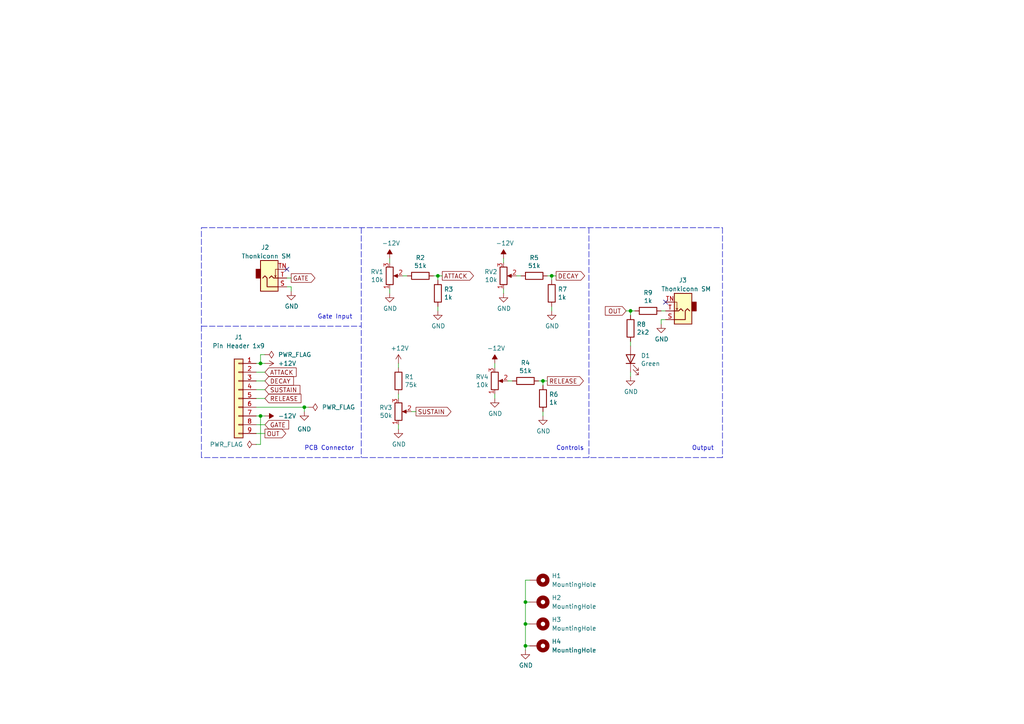
<source format=kicad_sch>
(kicad_sch (version 20211123) (generator eeschema)
  (paper "A4")
  (title_block (title "as3310-adsr front") (date "2022-11-20") (rev "A") (company "eurorack.rgm.io") (comment 3 "Released under CERN Open Hardware Licence Version 2 - Strongly Reciprocal") (comment 4 "Designed by: Rafael G. Martins"))
  (lib_symbols
    (symbol "Connector:AudioJack2_SwitchT"
      (property "Reference" "J" (at 0 8.89 0))
      (property "Value" "AudioJack2_SwitchT" (at 0 6.35 0))
      (symbol "AudioJack2_SwitchT_0_1"
        (rectangle (start -2.54 0) (end -3.81 -2.54) (stroke (width 0.254)) (fill (type outline)))
        (polyline (pts (xy 1.778 -0.254) (xy 2.032 -0.762)))
        (polyline (pts (xy 0 0) (xy 0.635 -0.635) (xy 1.27 0) (xy 2.54 0)) (stroke (width 0.254)))
        (polyline (pts (xy 2.54 -2.54) (xy 1.778 -2.54) (xy 1.778 -0.254) (xy 1.524 -0.762)))
        (polyline (pts (xy 2.54 2.54) (xy -0.635 2.54) (xy -0.635 0) (xy -1.27 -0.635) (xy -1.905 0)) (stroke (width 0.254)))
        (rectangle (start 2.54 3.81) (end -2.54 -5.08) (stroke (width 0.254)) (fill (type background)))
      )
      (symbol "AudioJack2_SwitchT_1_1"
        (pin passive line (at 5.08 2.54 180) (length 2.54) (name "~") (number "S"))
        (pin passive line (at 5.08 0 180) (length 2.54) (name "~") (number "T"))
        (pin passive line (at 5.08 -2.54 180) (length 2.54) (name "~") (number "TN"))
      )
    )
    (symbol "Connector_Generic:Conn_01x09" (pin_names (offset 1.016) hide)
      (property "Reference" "J" (at 0 12.7 0))
      (property "Value" "Conn_01x09" (at 0 -12.7 0))
      (symbol "Conn_01x09_1_1"
        (rectangle (start -1.27 -10.033) (end 0 -10.287) (stroke (width 0.1524)))
        (rectangle (start -1.27 -7.493) (end 0 -7.747) (stroke (width 0.1524)))
        (rectangle (start -1.27 -4.953) (end 0 -5.207) (stroke (width 0.1524)))
        (rectangle (start -1.27 -2.413) (end 0 -2.667) (stroke (width 0.1524)))
        (rectangle (start -1.27 0.127) (end 0 -0.127) (stroke (width 0.1524)))
        (rectangle (start -1.27 2.667) (end 0 2.413) (stroke (width 0.1524)))
        (rectangle (start -1.27 5.207) (end 0 4.953) (stroke (width 0.1524)))
        (rectangle (start -1.27 7.747) (end 0 7.493) (stroke (width 0.1524)))
        (rectangle (start -1.27 10.287) (end 0 10.033) (stroke (width 0.1524)))
        (rectangle (start -1.27 11.43) (end 1.27 -11.43) (stroke (width 0.254)) (fill (type background)))
        (pin passive line (at -5.08 10.16 0) (length 3.81) (name "Pin_1") (number "1"))
        (pin passive line (at -5.08 7.62 0) (length 3.81) (name "Pin_2") (number "2"))
        (pin passive line (at -5.08 5.08 0) (length 3.81) (name "Pin_3") (number "3"))
        (pin passive line (at -5.08 2.54 0) (length 3.81) (name "Pin_4") (number "4"))
        (pin passive line (at -5.08 0 0) (length 3.81) (name "Pin_5") (number "5"))
        (pin passive line (at -5.08 -2.54 0) (length 3.81) (name "Pin_6") (number "6"))
        (pin passive line (at -5.08 -5.08 0) (length 3.81) (name "Pin_7") (number "7"))
        (pin passive line (at -5.08 -7.62 0) (length 3.81) (name "Pin_8") (number "8"))
        (pin passive line (at -5.08 -10.16 0) (length 3.81) (name "Pin_9") (number "9"))
      )
    )
    (symbol "Device:LED" (pin_numbers hide) (pin_names (offset 1.016) hide)
      (property "Reference" "D" (at 0 2.54 0))
      (property "Value" "LED" (at 0 -2.54 0))
      (symbol "LED_0_1"
        (polyline (pts (xy -1.27 -1.27) (xy -1.27 1.27)) (stroke (width 0.254)))
        (polyline (pts (xy -1.27 0) (xy 1.27 0)))
        (polyline (pts (xy 1.27 -1.27) (xy 1.27 1.27) (xy -1.27 0) (xy 1.27 -1.27)) (stroke (width 0.254)))
        (polyline (pts (xy -3.048 -0.762) (xy -4.572 -2.286) (xy -3.81 -2.286) (xy -4.572 -2.286) (xy -4.572 -1.524)))
        (polyline (pts (xy -1.778 -0.762) (xy -3.302 -2.286) (xy -2.54 -2.286) (xy -3.302 -2.286) (xy -3.302 -1.524)))
      )
      (symbol "LED_1_1"
        (pin passive line (at -3.81 0 0) (length 2.54) (name "K") (number "1"))
        (pin passive line (at 3.81 0 180) (length 2.54) (name "A") (number "2"))
      )
    )
    (symbol "Device:R" (pin_numbers hide) (pin_names (offset 0))
      (property "Reference" "R" (at 2.032 0 90))
      (property "Value" "R" (at 0 0 90))
      (symbol "R_0_1"
        (rectangle (start -1.016 -2.54) (end 1.016 2.54) (stroke (width 0.254)))
      )
      (symbol "R_1_1"
        (pin passive line (at 0 3.81 270) (length 1.27) (name "~") (number "1"))
        (pin passive line (at 0 -3.81 90) (length 1.27) (name "~") (number "2"))
      )
    )
    (symbol "Device:R_Potentiometer" (pin_names (offset 1.016) hide)
      (property "Reference" "RV" (at -4.445 0 90))
      (property "Value" "R_Potentiometer" (at -2.54 0 90))
      (symbol "R_Potentiometer_0_1"
        (polyline (pts (xy 2.54 0) (xy 1.524 0)))
        (polyline (pts (xy 1.143 0) (xy 2.286 0.508) (xy 2.286 -0.508) (xy 1.143 0)) (fill (type outline)))
        (rectangle (start 1.016 2.54) (end -1.016 -2.54) (stroke (width 0.254)))
      )
      (symbol "R_Potentiometer_1_1"
        (pin passive line (at 0 3.81 270) (length 1.27) (name "1") (number "1"))
        (pin passive line (at 3.81 0 180) (length 1.27) (name "2") (number "2"))
        (pin passive line (at 0 -3.81 90) (length 1.27) (name "3") (number "3"))
      )
    )
    (symbol "Mechanical:MountingHole_Pad" (pin_numbers hide) (pin_names (offset 1.016) hide)
      (property "Reference" "H" (at 0 6.35 0))
      (property "Value" "MountingHole_Pad" (at 0 4.445 0))
      (symbol "MountingHole_Pad_0_1"
        (circle (center 0 1.27) (radius 1.27) (stroke (width 1.27)))
      )
      (symbol "MountingHole_Pad_1_1"
        (pin input line (at 0 -2.54 90) (length 2.54) (name "1") (number "1"))
      )
    )
    (symbol "power:+12V" (power) (pin_names (offset 0))
      (property "Value" "+12V" (at 0 3.556 0))
      (symbol "+12V_0_1"
        (polyline (pts (xy -0.762 1.27) (xy 0 2.54)))
        (polyline (pts (xy 0 0) (xy 0 2.54)))
        (polyline (pts (xy 0 2.54) (xy 0.762 1.27)))
      )
      (symbol "+12V_1_1"
        (pin power_in line (at 0 0 90) (length 0) hide (name "+12V") (number "1"))
      )
    )
    (symbol "power:-12V" (power) (pin_names (offset 0))
      (property "Value" "-12V" (at 0 3.81 0))
      (symbol "-12V_0_0"
        (pin power_in line (at 0 0 90) (length 0) hide (name "-12V") (number "1"))
      )
      (symbol "-12V_0_1"
        (polyline (pts (xy 0 0) (xy 0 1.27) (xy 0.762 1.27) (xy 0 2.54) (xy -0.762 1.27) (xy 0 1.27)) (fill (type outline)))
      )
    )
    (symbol "power:GND" (power) (pin_names (offset 0))
      (property "Value" "GND" (at 0 -3.81 0))
      (symbol "GND_0_1"
        (polyline (pts (xy 0 0) (xy 0 -1.27) (xy 1.27 -1.27) (xy 0 -2.54) (xy -1.27 -1.27) (xy 0 -1.27)))
      )
      (symbol "GND_1_1"
        (pin power_in line (at 0 0 270) (length 0) hide (name "GND") (number "1"))
      )
    )
    (symbol "power:PWR_FLAG" (power) (pin_numbers hide) (pin_names (offset 0) hide)
      (property "Value" "PWR_FLAG" (at 0 3.81 0))
      (symbol "PWR_FLAG_0_0"
        (pin power_out line (at 0 0 90) (length 0) (name "pwr") (number "1"))
      )
      (symbol "PWR_FLAG_0_1"
        (polyline (pts (xy 0 0) (xy 0 1.27) (xy -1.016 1.905) (xy 0 2.54) (xy 1.016 1.905) (xy 0 1.27)))
      )
    )
  )
  (junction (at 182.88 90.17))
  (junction (at 157.48 110.49))
  (junction (at 152.4 187.325))
  (junction (at 75.565 120.65))
  (junction (at 152.4 180.975))
  (junction (at 127 80.01))
  (junction (at 75.565 105.41))
  (junction (at 160.02 80.01))
  (junction (at 88.265 118.11))
  (junction (at 152.4 174.625))
  (no_connect (at 83.185 78.105))
  (no_connect (at 193.04 87.63))
  (wire (pts (xy 113.03 85.09) (xy 113.03 83.82)))
  (wire (pts (xy 115.57 124.46) (xy 115.57 123.19)))
  (wire (pts (xy 157.48 120.65) (xy 157.48 119.38)))
  (wire (pts (xy 84.455 83.185) (xy 84.455 84.455)))
  (wire (pts (xy 160.02 90.17) (xy 160.02 88.9)))
  (wire (pts (xy 152.4 180.975) (xy 153.67 180.975)))
  (wire (pts (xy 143.51 115.57) (xy 143.51 114.3)))
  (polyline (pts (xy 104.775 66.04) (xy 104.775 132.715)))
  (polyline (pts (xy 58.42 94.615) (xy 104.775 94.615)))
  (wire (pts (xy 74.295 105.41) (xy 75.565 105.41)))
  (wire (pts (xy 74.295 125.73) (xy 76.835 125.73)))
  (wire (pts (xy 83.185 83.185) (xy 84.455 83.185)))
  (wire (pts (xy 127 81.28) (xy 127 80.01)))
  (wire (pts (xy 191.77 93.98) (xy 191.77 92.71)))
  (polyline (pts (xy 209.55 66.04) (xy 209.55 132.715)))
  (wire (pts (xy 74.295 115.57) (xy 76.835 115.57)))
  (wire (pts (xy 152.4 174.625) (xy 152.4 168.275)))
  (wire (pts (xy 152.4 174.625) (xy 153.67 174.625)))
  (wire (pts (xy 146.05 76.2) (xy 146.05 74.93)))
  (polyline (pts (xy 170.815 66.04) (xy 170.815 132.715)))
  (wire (pts (xy 115.57 106.68) (xy 115.57 105.41)))
  (wire (pts (xy 156.21 110.49) (xy 157.48 110.49)))
  (wire (pts (xy 149.86 80.01) (xy 151.13 80.01)))
  (wire (pts (xy 74.295 120.65) (xy 75.565 120.65)))
  (wire (pts (xy 152.4 188.595) (xy 152.4 187.325)))
  (wire (pts (xy 75.565 120.65) (xy 75.565 128.905)))
  (wire (pts (xy 125.73 80.01) (xy 127 80.01)))
  (wire (pts (xy 160.02 80.01) (xy 161.29 80.01)))
  (wire (pts (xy 152.4 180.975) (xy 152.4 174.625)))
  (wire (pts (xy 152.4 168.275) (xy 153.67 168.275)))
  (wire (pts (xy 191.77 90.17) (xy 193.04 90.17)))
  (wire (pts (xy 147.32 110.49) (xy 148.59 110.49)))
  (wire (pts (xy 152.4 187.325) (xy 153.67 187.325)))
  (polyline (pts (xy 58.42 132.715) (xy 58.42 66.04)))
  (wire (pts (xy 181.61 90.17) (xy 182.88 90.17)))
  (wire (pts (xy 75.565 120.65) (xy 76.835 120.65)))
  (wire (pts (xy 74.295 113.03) (xy 76.835 113.03)))
  (wire (pts (xy 127 80.01) (xy 128.27 80.01)))
  (wire (pts (xy 113.03 76.2) (xy 113.03 74.93)))
  (wire (pts (xy 115.57 115.57) (xy 115.57 114.3)))
  (wire (pts (xy 75.565 102.87) (xy 75.565 105.41)))
  (wire (pts (xy 74.295 128.905) (xy 75.565 128.905)))
  (wire (pts (xy 74.295 118.11) (xy 88.265 118.11)))
  (wire (pts (xy 143.51 106.68) (xy 143.51 105.41)))
  (wire (pts (xy 89.535 118.11) (xy 88.265 118.11)))
  (wire (pts (xy 127 90.17) (xy 127 88.9)))
  (wire (pts (xy 76.835 102.87) (xy 75.565 102.87)))
  (wire (pts (xy 182.88 91.44) (xy 182.88 90.17)))
  (wire (pts (xy 182.88 100.33) (xy 182.88 99.06)))
  (wire (pts (xy 116.84 80.01) (xy 118.11 80.01)))
  (wire (pts (xy 182.88 90.17) (xy 184.15 90.17)))
  (wire (pts (xy 157.48 110.49) (xy 158.75 110.49)))
  (wire (pts (xy 160.02 81.28) (xy 160.02 80.01)))
  (wire (pts (xy 191.77 92.71) (xy 193.04 92.71)))
  (wire (pts (xy 74.295 107.95) (xy 76.835 107.95)))
  (wire (pts (xy 74.295 110.49) (xy 76.835 110.49)))
  (wire (pts (xy 75.565 105.41) (xy 76.835 105.41)))
  (wire (pts (xy 158.75 80.01) (xy 160.02 80.01)))
  (wire (pts (xy 88.265 118.11) (xy 88.265 119.38)))
  (wire (pts (xy 83.185 80.645) (xy 84.455 80.645)))
  (wire (pts (xy 146.05 85.09) (xy 146.05 83.82)))
  (wire (pts (xy 152.4 187.325) (xy 152.4 180.975)))
  (wire (pts (xy 74.295 123.19) (xy 76.835 123.19)))
  (wire (pts (xy 119.38 119.38) (xy 120.65 119.38)))
  (wire (pts (xy 182.88 109.22) (xy 182.88 107.95)))
  (wire (pts (xy 157.48 111.76) (xy 157.48 110.49)))
  (polyline (pts (xy 209.55 132.715) (xy 58.42 132.715)))
  (polyline (pts (xy 58.42 66.04) (xy 209.55 66.04)))
  (text "Controls" (at 161.29 130.81 0) (effects (font (size 1.27 1.27)) (justify left bottom)))
  (text "Gate Input" (at 92.075 92.71 0) (effects (font (size 1.27 1.27)) (justify left bottom)))
  (text "PCB Connector" (at 88.265 130.81 0) (effects (font (size 1.27 1.27)) (justify left bottom)))
  (text "Output" (at 200.66 130.81 0) (effects (font (size 1.27 1.27)) (justify left bottom)))
  (global_label "RELEASE" (shape output) (at 158.75 110.49 0) (property "Intersheet References" "${INTERSHEET_REFS}" (effects hide)))
  (global_label "OUT" (shape input) (at 181.61 90.17 180) (property "Intersheet References" "${INTERSHEET_REFS}" (effects hide)))
  (global_label "ATTACK" (shape output) (at 128.27 80.01 0) (property "Intersheet References" "${INTERSHEET_REFS}" (effects hide)))
  (global_label "SUSTAIN" (shape output) (at 120.65 119.38 0) (property "Intersheet References" "${INTERSHEET_REFS}" (effects hide)))
  (global_label "GATE" (shape output) (at 84.455 80.645 0) (property "Intersheet References" "${INTERSHEET_REFS}" (effects hide)))
  (global_label "DECAY" (shape input) (at 76.835 110.49 0) (property "Intersheet References" "${INTERSHEET_REFS}" (effects hide)))
  (global_label "OUT" (shape output) (at 76.835 125.73 0) (property "Intersheet References" "${INTERSHEET_REFS}" (effects hide)))
  (global_label "DECAY" (shape output) (at 161.29 80.01 0) (property "Intersheet References" "${INTERSHEET_REFS}" (effects hide)))
  (global_label "GATE" (shape input) (at 76.835 123.19 0) (property "Intersheet References" "${INTERSHEET_REFS}" (effects hide)))
  (global_label "SUSTAIN" (shape input) (at 76.835 113.03 0) (property "Intersheet References" "${INTERSHEET_REFS}" (effects hide)))
  (global_label "RELEASE" (shape input) (at 76.835 115.57 0) (property "Intersheet References" "${INTERSHEET_REFS}" (effects hide)))
  (global_label "ATTACK" (shape input) (at 76.835 107.95 0) (property "Intersheet References" "${INTERSHEET_REFS}" (effects hide)))
  (symbol (lib_id "Connector_Generic:Conn_01x09") (at 69.215 115.57 0) (mirror y) (unit 1)
    (property "Reference" "J1" (at 69.215 97.79 0))
    (property "Value" "Pin Header 1x9" (at 69.215 100.33 0))
    (property "Footprint" "Connector_PinHeader_2.54mm:PinHeader_1x09_P2.54mm_Vertical" (effects hide))
  )
  (symbol (lib_id "power:+12V") (at 76.835 105.41 270) (unit 1)
    (property "Reference" "#PWR01" (effects hide))
    (property "Value" "+12V" (at 80.645 105.4099 90) (effects (justify left)))
  )
  (symbol (lib_id "power:-12V") (at 76.835 120.65 270) (unit 1)
    (property "Reference" "#PWR02" (effects hide))
    (property "Value" "-12V" (at 80.645 120.6499 90) (effects (justify left)))
  )
  (symbol (lib_id "power:GND") (at 88.265 119.38 0) (unit 1)
    (property "Reference" "#PWR04" (effects hide))
    (property "Value" "GND" (at 88.265 124.46 0))
  )
  (symbol (lib_id "Mechanical:MountingHole_Pad") (at 156.21 168.275 270) (unit 1)
    (property "Reference" "H1" (at 160.02 167.0049 90) (effects (justify left)))
    (property "Value" "MountingHole" (at 160.02 169.5449 90) (effects (justify left)))
    (property "Footprint" "MountingHole:MountingHole_2.2mm_M2_Pad_Via" (effects hide))
  )
  (symbol (lib_id "Mechanical:MountingHole_Pad") (at 156.21 174.625 270) (unit 1)
    (property "Reference" "H2" (at 160.02 173.3549 90) (effects (justify left)))
    (property "Value" "MountingHole" (at 160.02 175.8949 90) (effects (justify left)))
    (property "Footprint" "MountingHole:MountingHole_2.2mm_M2_Pad_Via" (effects hide))
  )
  (symbol (lib_id "Mechanical:MountingHole_Pad") (at 156.21 180.975 270) (unit 1)
    (property "Reference" "H3" (at 160.02 179.7049 90) (effects (justify left)))
    (property "Value" "MountingHole" (at 160.02 182.2449 90) (effects (justify left)))
    (property "Footprint" "MountingHole:MountingHole_2.2mm_M2_Pad_Via" (effects hide))
  )
  (symbol (lib_id "Mechanical:MountingHole_Pad") (at 156.21 187.325 270) (unit 1)
    (property "Reference" "H4" (at 160.02 186.0549 90) (effects (justify left)))
    (property "Value" "MountingHole" (at 160.02 188.5949 90) (effects (justify left)))
    (property "Footprint" "MountingHole:MountingHole_2.2mm_M2_Pad_Via" (effects hide))
  )
  (symbol (lib_id "Device:R") (at 187.96 90.17 90) (unit 1)
    (property "Reference" "R9" (at 187.96 84.9122 90))
    (property "Value" "1k" (at 187.96 87.2236 90))
    (property "Footprint" "Resistor_THT:R_Axial_DIN0207_L6.3mm_D2.5mm_P10.16mm_Horizontal" (effects hide))
  )
  (symbol (lib_id "Device:R_Potentiometer") (at 113.03 80.01 0) (mirror x) (unit 1)
    (property "Reference" "RV1" (at 111.252 78.8416 0) (effects (justify right)))
    (property "Value" "10k" (at 111.252 81.153 0) (effects (justify right)))
    (property "Footprint" "Potentiometer_THT:Potentiometer_Alpha_RD901F-40-00D_Single_Vertical_CircularHoles" (effects hide))
  )
  (symbol (lib_id "Device:R") (at 182.88 95.25 0) (unit 1)
    (property "Reference" "R8" (at 184.658 94.0816 0) (effects (justify left)))
    (property "Value" "2k2" (at 184.658 96.393 0) (effects (justify left)))
    (property "Footprint" "Resistor_THT:R_Axial_DIN0207_L6.3mm_D2.5mm_P10.16mm_Horizontal" (effects hide))
  )
  (symbol (lib_id "power:GND") (at 113.03 85.09 0) (unit 1)
    (property "Reference" "#PWR06" (effects hide))
    (property "Value" "GND" (at 113.157 89.4842 0))
  )
  (symbol (lib_id "power:-12V") (at 113.03 74.93 0) (unit 1)
    (property "Reference" "#PWR05" (effects hide))
    (property "Value" "-12V" (at 113.411 70.5358 0))
  )
  (symbol (lib_id "Device:R") (at 121.92 80.01 90) (unit 1)
    (property "Reference" "R2" (at 121.92 74.7522 90))
    (property "Value" "51k" (at 121.92 77.0636 90))
    (property "Footprint" "Resistor_THT:R_Axial_DIN0207_L6.3mm_D2.5mm_P10.16mm_Horizontal" (effects hide))
  )
  (symbol (lib_id "Device:R") (at 127 85.09 0) (unit 1)
    (property "Reference" "R3" (at 128.778 83.9216 0) (effects (justify left)))
    (property "Value" "1k" (at 128.778 86.233 0) (effects (justify left)))
    (property "Footprint" "Resistor_THT:R_Axial_DIN0207_L6.3mm_D2.5mm_P10.16mm_Horizontal" (effects hide))
  )
  (symbol (lib_id "power:GND") (at 127 90.17 0) (unit 1)
    (property "Reference" "#PWR09" (effects hide))
    (property "Value" "GND" (at 127.127 94.5642 0))
  )
  (symbol (lib_id "Device:LED") (at 182.88 104.14 90) (unit 1)
    (property "Reference" "D1" (at 185.8772 103.1494 90) (effects (justify right)))
    (property "Value" "Green" (at 185.8772 105.4608 90) (effects (justify right)))
    (property "Footprint" "LED_THT:LED_D3.0mm" (effects hide))
  )
  (symbol (lib_id "power:GND") (at 182.88 109.22 0) (unit 1)
    (property "Reference" "#PWR016" (effects hide))
    (property "Value" "GND" (at 183.007 113.6142 0))
  )
  (symbol (lib_id "Device:R_Potentiometer") (at 146.05 80.01 0) (mirror x) (unit 1)
    (property "Reference" "RV2" (at 144.272 78.8416 0) (effects (justify right)))
    (property "Value" "10k" (at 144.272 81.153 0) (effects (justify right)))
    (property "Footprint" "Potentiometer_THT:Potentiometer_Alpha_RD901F-40-00D_Single_Vertical_CircularHoles" (effects hide))
  )
  (symbol (lib_id "power:GND") (at 146.05 85.09 0) (unit 1)
    (property "Reference" "#PWR013" (effects hide))
    (property "Value" "GND" (at 146.177 89.4842 0))
  )
  (symbol (lib_id "power:-12V") (at 146.05 74.93 0) (unit 1)
    (property "Reference" "#PWR012" (effects hide))
    (property "Value" "-12V" (at 146.431 70.5358 0))
  )
  (symbol (lib_id "Device:R") (at 154.94 80.01 90) (unit 1)
    (property "Reference" "R5" (at 154.94 74.7522 90))
    (property "Value" "51k" (at 154.94 77.0636 90))
    (property "Footprint" "Resistor_THT:R_Axial_DIN0207_L6.3mm_D2.5mm_P10.16mm_Horizontal" (effects hide))
  )
  (symbol (lib_id "Device:R") (at 160.02 85.09 0) (unit 1)
    (property "Reference" "R7" (at 161.798 83.9216 0) (effects (justify left)))
    (property "Value" "1k" (at 161.798 86.233 0) (effects (justify left)))
    (property "Footprint" "Resistor_THT:R_Axial_DIN0207_L6.3mm_D2.5mm_P10.16mm_Horizontal" (effects hide))
  )
  (symbol (lib_id "power:GND") (at 160.02 90.17 0) (unit 1)
    (property "Reference" "#PWR015" (effects hide))
    (property "Value" "GND" (at 160.147 94.5642 0))
  )
  (symbol (lib_id "Device:R_Potentiometer") (at 115.57 119.38 0) (mirror x) (unit 1)
    (property "Reference" "RV3" (at 113.792 118.2116 0) (effects (justify right)))
    (property "Value" "50k" (at 113.792 120.523 0) (effects (justify right)))
    (property "Footprint" "Potentiometer_THT:Potentiometer_Alpha_RD901F-40-00D_Single_Vertical_CircularHoles" (effects hide))
  )
  (symbol (lib_id "power:GND") (at 115.57 124.46 0) (unit 1)
    (property "Reference" "#PWR08" (effects hide))
    (property "Value" "GND" (at 115.697 128.8542 0))
  )
  (symbol (lib_id "Device:R_Potentiometer") (at 143.51 110.49 0) (mirror x) (unit 1)
    (property "Reference" "RV4" (at 141.732 109.3216 0) (effects (justify right)))
    (property "Value" "10k" (at 141.732 111.633 0) (effects (justify right)))
    (property "Footprint" "Potentiometer_THT:Potentiometer_Alpha_RD901F-40-00D_Single_Vertical_CircularHoles" (effects hide))
  )
  (symbol (lib_id "power:GND") (at 143.51 115.57 0) (unit 1)
    (property "Reference" "#PWR011" (effects hide))
    (property "Value" "GND" (at 143.637 119.9642 0))
  )
  (symbol (lib_id "power:-12V") (at 143.51 105.41 0) (unit 1)
    (property "Reference" "#PWR010" (effects hide))
    (property "Value" "-12V" (at 143.891 101.0158 0))
  )
  (symbol (lib_id "Device:R") (at 152.4 110.49 90) (unit 1)
    (property "Reference" "R4" (at 152.4 105.2322 90))
    (property "Value" "51k" (at 152.4 107.5436 90))
    (property "Footprint" "Resistor_THT:R_Axial_DIN0207_L6.3mm_D2.5mm_P10.16mm_Horizontal" (effects hide))
  )
  (symbol (lib_id "Device:R") (at 157.48 115.57 0) (unit 1)
    (property "Reference" "R6" (at 159.258 114.4016 0) (effects (justify left)))
    (property "Value" "1k" (at 159.258 116.713 0) (effects (justify left)))
    (property "Footprint" "Resistor_THT:R_Axial_DIN0207_L6.3mm_D2.5mm_P10.16mm_Horizontal" (effects hide))
  )
  (symbol (lib_id "power:GND") (at 157.48 120.65 0) (unit 1)
    (property "Reference" "#PWR014" (effects hide))
    (property "Value" "GND" (at 157.607 125.0442 0))
  )
  (symbol (lib_id "power:+12V") (at 115.57 105.41 0) (unit 1)
    (property "Reference" "#PWR07" (effects hide))
    (property "Value" "+12V" (at 115.951 101.0158 0))
  )
  (symbol (lib_id "Device:R") (at 115.57 110.49 0) (unit 1)
    (property "Reference" "R1" (at 117.348 109.3216 0) (effects (justify left)))
    (property "Value" "75k" (at 117.348 111.633 0) (effects (justify left)))
    (property "Footprint" "Resistor_THT:R_Axial_DIN0207_L6.3mm_D2.5mm_P10.16mm_Horizontal" (effects hide))
  )
  (symbol (lib_id "Connector:AudioJack2_SwitchT") (at 198.12 90.17 180) (unit 1)
    (property "Reference" "J3" (at 196.85 81.28 0) (effects (justify right)))
    (property "Value" "Thonkiconn SM" (at 191.77 83.82 0) (effects (justify right)))
    (property "Footprint" "eurorack:Jack_3.5mm_QingPu_WQP-PJ398SM_Vertical" (effects hide))
  )
  (symbol (lib_id "power:GND") (at 191.77 93.98 0) (unit 1)
    (property "Reference" "#PWR017" (effects hide))
    (property "Value" "GND" (at 191.897 98.3742 0))
  )
  (symbol (lib_id "Connector:AudioJack2_SwitchT") (at 78.105 80.645 0) (mirror x) (unit 1)
    (property "Reference" "J2" (at 78.105 71.755 0) (effects (justify right)))
    (property "Value" "Thonkiconn SM" (at 84.455 74.295 0) (effects (justify right)))
    (property "Footprint" "eurorack:Jack_3.5mm_QingPu_WQP-PJ398SM_Vertical" (effects hide))
  )
  (symbol (lib_id "power:GND") (at 84.455 84.455 0) (unit 1)
    (property "Reference" "#PWR03" (effects hide))
    (property "Value" "GND" (at 84.582 88.8492 0))
  )
  (symbol (lib_id "power:PWR_FLAG") (at 76.835 102.87 270) (unit 1)
    (property "Reference" "#FLG0103" (effects hide))
    (property "Value" "PWR_FLAG" (at 80.645 102.8699 90) (effects (justify left)))
  )
  (symbol (lib_id "power:PWR_FLAG") (at 89.535 118.11 270) (unit 1)
    (property "Reference" "#FLG0101" (effects hide))
    (property "Value" "PWR_FLAG" (at 93.345 118.1099 90) (effects (justify left)))
  )
  (symbol (lib_id "power:PWR_FLAG") (at 74.295 128.905 90) (unit 1)
    (property "Reference" "#FLG0102" (effects hide))
    (property "Value" "PWR_FLAG" (at 70.485 128.9049 90) (effects (justify left)))
  )
  (symbol (lib_id "power:GND") (at 152.4 188.595 0) (unit 1)
    (property "Reference" "#PWR0101" (effects hide))
    (property "Value" "GND" (at 152.527 192.9892 0))
  )
)
</source>
